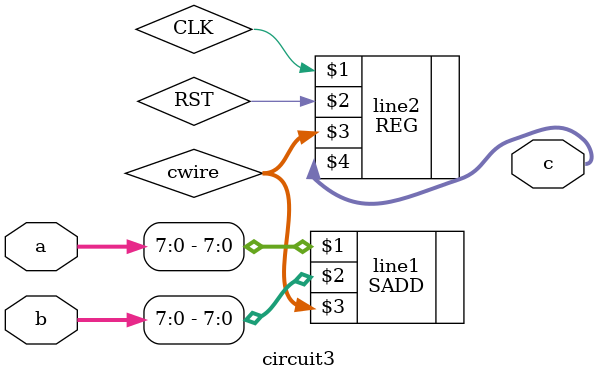
<source format=v>
`timescale 1ns / 1ps
module circuit3(b, a, c);
	input [31:0] a;
	input [15:0] b;
	output [7:0] c;
	wire [7:0] cwire;
	SADD #(.WIDTH(8))line1(a[7:0],b[7:0],cwire);
	REG #(.WIDTH(8))line2(CLK,RST,cwire,c);
endmodule
</source>
